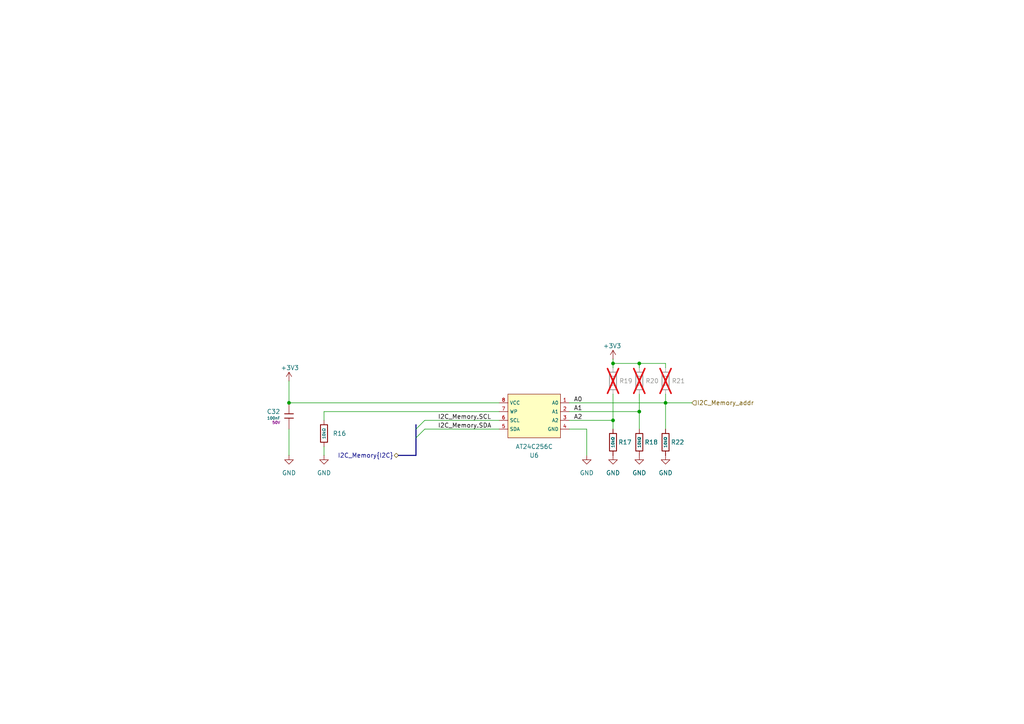
<source format=kicad_sch>
(kicad_sch (version 20250114) (generator "eeschema") (generator_version "9.0")
  (paper "A4")
  (title_block (title "QSPI flash") (date "2025-04-22") (rev "A") (company "Moducard System") (comment 1 "Artem Horiunov") (comment 2 "Designed in poland"))
  (lib_symbols
    (symbol "PCM_JLCPCB-Capacitors:0402,100nF,(2)" (pin_numbers (hide yes)) (pin_names (offset 0))
      (property "Reference" "C" (at 2.032 1.668 0))
      (property "Value" "100nF" (at 2.032 -0.3782 0))
      (property "Voltage Rated" "50V" (at 2.032 -2.0462 0))
      (symbol "0402,100nF,(2)_0_1"
        (polyline (pts (xy -1.27 0.635) (xy 1.27 0.635)) (stroke (width 0.254)))
        (polyline (pts (xy -1.27 -0.635) (xy 1.27 -0.635)) (stroke (width 0.254)))
      )
      (symbol "0402,100nF,(2)_1_1"
        (pin passive line (at 0 3.81 270) (length 3.175) (name "~") (number "1"))
        (pin passive line (at 0 -3.81 90) (length 3.175) (name "~") (number "2"))
      )
    )
    (symbol "PCM_JLCPCB-Memory:256Kbit, I2C"
      (property "Reference" "U" (at 0 1.27 0))
      (property "Value" "AT24C256C" (at 0 8.89 0))
      (symbol "256Kbit, I2C_0_1"
        (rectangle (start -7.62 7.62) (end 7.62 -5.08) (fill (type background)))
        (pin unspecified line (at -10.16 5.08 0) (length 2.54) (name "A0") (number "1"))
        (pin unspecified line (at -10.16 2.54 0) (length 2.54) (name "A1") (number "2"))
        (pin unspecified line (at -10.16 0 0) (length 2.54) (name "A2") (number "3"))
        (pin unspecified line (at -10.16 -2.54 0) (length 2.54) (name "GND") (number "4"))
        (pin unspecified line (at 10.16 5.08 180) (length 2.54) (name "VCC") (number "8"))
        (pin unspecified line (at 10.16 2.54 180) (length 2.54) (name "WP") (number "7"))
        (pin unspecified line (at 10.16 0 180) (length 2.54) (name "SCL") (number "6"))
        (pin unspecified line (at 10.16 -2.54 180) (length 2.54) (name "SDA") (number "5"))
      )
    )
    (symbol "PCM_JLCPCB-Resistors:0402,10kΩ" (pin_numbers (hide yes)) (pin_names (offset 0))
      (property "Reference" "R" (at 1.778 0 0))
      (property "Value" "10kΩ" (at 0 0 90))
      (symbol "0402,10kΩ_0_1"
        (rectangle (start -1.016 2.54) (end 1.016 -2.54) (stroke (width 0.254)))
      )
      (symbol "0402,10kΩ_1_1"
        (pin passive line (at 0 3.81 270) (length 1.27) (name "~") (number "1"))
        (pin passive line (at 0 -3.81 90) (length 1.27) (name "~") (number "2"))
      )
    )
    (symbol "power:+3V3" (power) (pin_numbers (hide yes)) (pin_names (offset 0) (hide yes))
      (property "Value" "+3V3" (at 0 3.556 0))
      (symbol "+3V3_0_1"
        (polyline (pts (xy -0.762 1.27) (xy 0 2.54)))
        (polyline (pts (xy 0 2.54) (xy 0.762 1.27)))
        (polyline (pts (xy 0 0) (xy 0 2.54)))
      )
      (symbol "+3V3_1_1"
        (pin power_in line (at 0 0 90) (length 0) (name "~") (number "1"))
      )
    )
    (symbol "power:GND" (power) (pin_numbers (hide yes)) (pin_names (offset 0) (hide yes))
      (property "Value" "GND" (at 0 -3.81 0))
      (symbol "GND_0_1"
        (polyline (pts (xy 0 0) (xy 0 -1.27) (xy 1.27 -1.27) (xy 0 -2.54) (xy -1.27 -1.27) (xy 0 -1.27)))
      )
      (symbol "GND_1_1"
        (pin power_in line (at 0 0 270) (length 0) (name "~") (number "1"))
      )
    )
  )
  (bus_alias "I2C" (members "SCL" "SDA"))
  (junction (at 83.82 116.84))
  (junction (at 177.8 105.41))
  (junction (at 185.42 105.41))
  (junction (at 185.42 119.38))
  (junction (at 193.04 116.84))
  (junction (at 177.8 121.92))
  (bus_entry (at 120.65 124.46) (size 2.54 -2.54))
  (bus_entry (at 120.65 127) (size 2.54 -2.54))
  (wire (pts (xy 123.19 121.92) (xy 144.78 121.92)))
  (wire (pts (xy 193.04 105.41) (xy 185.42 105.41)))
  (bus (pts (xy 120.65 123.19) (xy 120.65 124.46)))
  (wire (pts (xy 83.82 110.49) (xy 83.82 116.84)))
  (wire (pts (xy 165.1 116.84) (xy 193.04 116.84)))
  (wire (pts (xy 177.8 105.41) (xy 177.8 106.68)))
  (wire (pts (xy 93.98 129.54) (xy 93.98 132.08)))
  (wire (pts (xy 83.82 132.08) (xy 83.82 124.46)))
  (bus (pts (xy 120.65 124.46) (xy 120.65 127)))
  (wire (pts (xy 193.04 114.3) (xy 193.04 116.84)))
  (wire (pts (xy 93.98 119.38) (xy 144.78 119.38)))
  (bus (pts (xy 115.57 132.08) (xy 120.65 132.08)))
  (wire (pts (xy 170.18 132.08) (xy 170.18 124.46)))
  (wire (pts (xy 177.8 114.3) (xy 177.8 121.92)))
  (wire (pts (xy 193.04 116.84) (xy 193.04 124.46)))
  (wire (pts (xy 185.42 105.41) (xy 177.8 105.41)))
  (wire (pts (xy 185.42 114.3) (xy 185.42 119.38)))
  (wire (pts (xy 185.42 105.41) (xy 185.42 106.68)))
  (wire (pts (xy 185.42 124.46) (xy 185.42 119.38)))
  (wire (pts (xy 83.82 116.84) (xy 144.78 116.84)))
  (bus (pts (xy 120.65 127) (xy 120.65 132.08)))
  (wire (pts (xy 193.04 116.84) (xy 200.66 116.84)))
  (wire (pts (xy 165.1 121.92) (xy 177.8 121.92)))
  (wire (pts (xy 93.98 121.92) (xy 93.98 119.38)))
  (wire (pts (xy 123.19 124.46) (xy 144.78 124.46)))
  (wire (pts (xy 165.1 119.38) (xy 185.42 119.38)))
  (wire (pts (xy 193.04 106.68) (xy 193.04 105.41)))
  (wire (pts (xy 177.8 124.46) (xy 177.8 121.92)))
  (wire (pts (xy 177.8 104.14) (xy 177.8 105.41)))
  (wire (pts (xy 170.18 124.46) (xy 165.1 124.46)))
  (label "I2C_Memory.SDA" (at 127 124.46 0))
  (label "A1" (at 168.91 119.38 180))
  (label "A0" (at 168.91 116.84 180))
  (label "A2" (at 168.91 121.92 180))
  (label "I2C_Memory.SCL" (at 127 121.92 0))
  (hierarchical_label "I2C_Memory_addr" (shape input) (at 200.66 116.84 0))
  (hierarchical_label "I2C_Memory{I2C}" (shape bidirectional) (at 115.57 132.08 180))
  (symbol (lib_id "power:GND") (at 93.98 132.08 0) (mirror y) (unit 1)
    (property "Reference" "#PWR039" (effects (hide yes)))
    (property "Value" "GND" (at 93.98 137.16 0))
    (property "Description" "Power symbol creates a global label with name \"GND\" , ground" (effects (hide yes)))
  )
  (symbol (lib_id "power:GND") (at 170.18 132.08 0) (mirror y) (unit 1)
    (property "Reference" "#PWR040" (effects (hide yes)))
    (property "Value" "GND" (at 170.18 137.16 0))
    (property "Description" "Power symbol creates a global label with name \"GND\" , ground" (effects (hide yes)))
  )
  (symbol (lib_id "power:+3V3") (at 83.82 110.49 0) (mirror y) (unit 1)
    (property "Reference" "#PWR037" (effects (hide yes)))
    (property "Value" "+3V3" (at 84.074 106.68 0))
    (property "Description" "Power symbol creates a global label with name \"+3V3\"" (effects (hide yes)))
  )
  (symbol (lib_id "power:GND") (at 193.04 132.08 0) (mirror y) (unit 1)
    (property "Reference" "#PWR043" (effects (hide yes)))
    (property "Value" "GND" (at 193.04 137.16 0))
    (property "Description" "Power symbol creates a global label with name \"GND\" , ground" (effects (hide yes)))
  )
  (symbol (lib_id "PCM_JLCPCB-Resistors:0402,10kΩ") (at 185.42 128.27 0) (unit 1)
    (property "Reference" "R18" (at 186.944 128.27 0) (effects (justify left)))
    (property "Value" "10kΩ" (at 185.42 128.27 90) (effects (font (size 0.8 0.8))))
    (property "Footprint" "PCM_JLCPCB:R_0402" (effects (hide yes)))
    (property "Datasheet" "https://www.lcsc.com/datasheet/lcsc_datasheet_2411221126_UNI-ROYAL-Uniroyal-Elec-0402WGF1002TCE_C25744.pdf" (effects (hide yes)))
    (property "Description" "62.5mW Thick Film Resistors 50V ±100ppm/°C ±1% 10kΩ 0402 Chip Resistor - Surface Mount ROHS" (effects (hide yes)))
    (property "LCSC" "C25744" (effects (hide yes)))
    (property "Stock" "6144808" (effects (hide yes)))
    (property "Price" "0.004USD" (effects (hide yes)))
    (property "Process" "SMT" (effects (hide yes)))
    (property "Minimum Qty" "5" (effects (hide yes)))
    (property "Attrition Qty" "10" (effects (hide yes)))
    (property "Class" "Basic Component" (effects (hide yes)))
    (property "Category" "Resistors,Chip Resistor - Surface Mount" (effects (hide yes)))
    (property "Manufacturer" "UNI-ROYAL(Uniroyal Elec)" (effects (hide yes)))
    (property "Part" "0402WGF1002TCE" (effects (hide yes)))
    (property "Resistance" "10kΩ" (effects (hide yes)))
    (property "Power(Watts)" "62.5mW" (effects (hide yes)))
    (property "Type" "Thick Film Resistors" (effects (hide yes)))
    (property "Overload Voltage (Max)" "50V" (effects (hide yes)))
    (property "Operating Temperature Range" "-55°C~+155°C" (effects (hide yes)))
    (property "Tolerance" "±1%" (effects (hide yes)))
    (property "Temperature Coefficient" "±100ppm/°C" (effects (hide yes)))
  )
  (symbol (lib_id "power:GND") (at 83.82 132.08 0) (mirror y) (unit 1)
    (property "Reference" "#PWR038" (effects (hide yes)))
    (property "Value" "GND" (at 83.82 137.16 0))
    (property "Description" "Power symbol creates a global label with name \"GND\" , ground" (effects (hide yes)))
  )
  (symbol (lib_id "PCM_JLCPCB-Capacitors:0402,100nF,(2)") (at 83.82 120.65 0) (mirror y) (unit 1)
    (property "Reference" "C32" (at 81.28 119.38 0) (effects (justify left)))
    (property "Value" "100nF" (at 81.28 121.285 0) (effects (font (size 0.8 0.8)) (justify left)))
    (property "Footprint" "PCM_JLCPCB:C_0402" (effects (hide yes)))
    (property "Datasheet" "https://www.lcsc.com/datasheet/lcsc_datasheet_2304140030_Samsung-Electro-Mechanics-CL05B104KB54PNC_C307331.pdf" (effects (hide yes)))
    (property "Description" "50V 100nF X7R ±10% 0402 Multilayer Ceramic Capacitors MLCC - SMD/SMT ROHS" (effects (hide yes)))
    (property "LCSC" "C307331" (effects (hide yes)))
    (property "Stock" "5436546" (effects (hide yes)))
    (property "Price" "0.008USD" (effects (hide yes)))
    (property "Process" "SMT" (effects (hide yes)))
    (property "Minimum Qty" "20" (effects (hide yes)))
    (property "Attrition Qty" "10" (effects (hide yes)))
    (property "Class" "Basic Component" (effects (hide yes)))
    (property "Category" "Capacitors,Multilayer Ceramic Capacitors MLCC - SMD/SMT" (effects (hide yes)))
    (property "Manufacturer" "Samsung Electro-Mechanics" (effects (hide yes)))
    (property "Part" "CL05B104KB54PNC" (effects (hide yes)))
    (property "Voltage Rated" "50V" (at 81.28 122.555 0) (effects (font (size 0.8 0.8)) (justify left)))
    (property "Tolerance" "±10%" (effects (hide yes)))
    (property "Capacitance" "100nF" (effects (hide yes)))
    (property "Temperature Coefficient" "X7R" (effects (hide yes)))
  )
  (symbol (lib_id "PCM_JLCPCB-Memory:256Kbit, I2C") (at 154.94 121.92 0) (mirror y) (unit 1)
    (property "Reference" "U6" (at 154.94 132.08 0))
    (property "Value" "AT24C256C" (at 154.94 129.54 0))
    (property "Footprint" "PCM_JLCPCB:SOIC-8_L4.9-W3.9-P1.27-LS6.0-BL" (effects (hide yes)))
    (property "Datasheet" "https://www.lcsc.com/datasheet/lcsc_datasheet_2304140030_Microchip-Tech-AT24C256C-SSHL-T_C6482.pdf" (effects (hide yes)))
    (property "Description" "256Kbit I2C SOIC-8 EEPROM ROHS" (effects (hide yes)))
    (property "LCSC" "C6482" (effects (hide yes)))
    (property "Stock" "40183" (effects (hide yes)))
    (property "Price" "0.415USD" (effects (hide yes)))
    (property "Process" "SMT" (effects (hide yes)))
    (property "Minimum Qty" "1" (effects (hide yes)))
    (property "Attrition Qty" "0" (effects (hide yes)))
    (property "Class" "Preferred Component" (effects (hide yes)))
    (property "Category" "Memory,EEPROM" (effects (hide yes)))
    (property "Manufacturer" "Microchip Tech" (effects (hide yes)))
    (property "Part" "AT24C256C-SSHL-T" (effects (hide yes)))
    (property "Interface Type" "I2C" (effects (hide yes)))
    (property "Supply Voltage" "1.7V~5.5V" (effects (hide yes)))
    (property "Memory Size" "256Kbit" (effects (hide yes)))
    (property "Operating Temperature" "-40°C~+85°C" (effects (hide yes)))
  )
  (symbol (lib_id "power:GND") (at 177.8 132.08 0) (mirror y) (unit 1)
    (property "Reference" "#PWR041" (effects (hide yes)))
    (property "Value" "GND" (at 177.8 137.16 0))
    (property "Description" "Power symbol creates a global label with name \"GND\" , ground" (effects (hide yes)))
  )
  (symbol (lib_id "power:+3V3") (at 177.8 104.14 0) (unit 1)
    (property "Reference" "#PWR044" (effects (hide yes)))
    (property "Value" "+3V3" (at 177.546 100.33 0))
    (property "Description" "Power symbol creates a global label with name \"+3V3\"" (effects (hide yes)))
  )
  (symbol (lib_id "PCM_JLCPCB-Resistors:0402,10kΩ") (at 93.98 125.73 0) (unit 1)
    (property "Reference" "R16" (at 96.52 125.7299 0) (effects (justify left)))
    (property "Value" "10kΩ" (at 93.98 125.73 90) (effects (font (size 0.8 0.8))))
    (property "Footprint" "PCM_JLCPCB:R_0402" (effects (hide yes)))
    (property "Datasheet" "https://www.lcsc.com/datasheet/lcsc_datasheet_2411221126_UNI-ROYAL-Uniroyal-Elec-0402WGF1002TCE_C25744.pdf" (effects (hide yes)))
    (property "Description" "62.5mW Thick Film Resistors 50V ±100ppm/°C ±1% 10kΩ 0402 Chip Resistor - Surface Mount ROHS" (effects (hide yes)))
    (property "LCSC" "C25744" (effects (hide yes)))
    (property "Stock" "6144808" (effects (hide yes)))
    (property "Price" "0.004USD" (effects (hide yes)))
    (property "Process" "SMT" (effects (hide yes)))
    (property "Minimum Qty" "5" (effects (hide yes)))
    (property "Attrition Qty" "10" (effects (hide yes)))
    (property "Class" "Basic Component" (effects (hide yes)))
    (property "Category" "Resistors,Chip Resistor - Surface Mount" (effects (hide yes)))
    (property "Manufacturer" "UNI-ROYAL(Uniroyal Elec)" (effects (hide yes)))
    (property "Part" "0402WGF1002TCE" (effects (hide yes)))
    (property "Resistance" "10kΩ" (effects (hide yes)))
    (property "Power(Watts)" "62.5mW" (effects (hide yes)))
    (property "Type" "Thick Film Resistors" (effects (hide yes)))
    (property "Overload Voltage (Max)" "50V" (effects (hide yes)))
    (property "Operating Temperature Range" "-55°C~+155°C" (effects (hide yes)))
    (property "Tolerance" "±1%" (effects (hide yes)))
    (property "Temperature Coefficient" "±100ppm/°C" (effects (hide yes)))
  )
  (symbol (lib_id "PCM_JLCPCB-Resistors:0402,10kΩ") (at 185.42 110.49 0) (unit 1) (dnp yes)
    (property "Reference" "R20" (at 187.198 110.49 0) (effects (justify left)))
    (property "Value" "10kΩ" (at 185.42 110.49 90) (effects (font (size 0.8 0.8))))
    (property "Footprint" "PCM_JLCPCB:R_0402" (effects (hide yes)))
    (property "Datasheet" "https://www.lcsc.com/datasheet/lcsc_datasheet_2411221126_UNI-ROYAL-Uniroyal-Elec-0402WGF1002TCE_C25744.pdf" (effects (hide yes)))
    (property "Description" "62.5mW Thick Film Resistors 50V ±100ppm/°C ±1% 10kΩ 0402 Chip Resistor - Surface Mount ROHS" (effects (hide yes)))
    (property "LCSC" "C25744" (effects (hide yes)))
    (property "Stock" "6144808" (effects (hide yes)))
    (property "Price" "0.004USD" (effects (hide yes)))
    (property "Process" "SMT" (effects (hide yes)))
    (property "Minimum Qty" "5" (effects (hide yes)))
    (property "Attrition Qty" "10" (effects (hide yes)))
    (property "Class" "Basic Component" (effects (hide yes)))
    (property "Category" "Resistors,Chip Resistor - Surface Mount" (effects (hide yes)))
    (property "Manufacturer" "UNI-ROYAL(Uniroyal Elec)" (effects (hide yes)))
    (property "Part" "0402WGF1002TCE" (effects (hide yes)))
    (property "Resistance" "10kΩ" (effects (hide yes)))
    (property "Power(Watts)" "62.5mW" (effects (hide yes)))
    (property "Type" "Thick Film Resistors" (effects (hide yes)))
    (property "Overload Voltage (Max)" "50V" (effects (hide yes)))
    (property "Operating Temperature Range" "-55°C~+155°C" (effects (hide yes)))
    (property "Tolerance" "±1%" (effects (hide yes)))
    (property "Temperature Coefficient" "±100ppm/°C" (effects (hide yes)))
  )
  (symbol (lib_id "PCM_JLCPCB-Resistors:0402,10kΩ") (at 177.8 110.49 0) (unit 1) (dnp yes)
    (property "Reference" "R19" (at 179.578 110.49 0) (effects (justify left)))
    (property "Value" "10kΩ" (at 177.8 110.49 90) (effects (font (size 0.8 0.8))))
    (property "Footprint" "PCM_JLCPCB:R_0402" (effects (hide yes)))
    (property "Datasheet" "https://www.lcsc.com/datasheet/lcsc_datasheet_2411221126_UNI-ROYAL-Uniroyal-Elec-0402WGF1002TCE_C25744.pdf" (effects (hide yes)))
    (property "Description" "62.5mW Thick Film Resistors 50V ±100ppm/°C ±1% 10kΩ 0402 Chip Resistor - Surface Mount ROHS" (effects (hide yes)))
    (property "LCSC" "C25744" (effects (hide yes)))
    (property "Stock" "6144808" (effects (hide yes)))
    (property "Price" "0.004USD" (effects (hide yes)))
    (property "Process" "SMT" (effects (hide yes)))
    (property "Minimum Qty" "5" (effects (hide yes)))
    (property "Attrition Qty" "10" (effects (hide yes)))
    (property "Class" "Basic Component" (effects (hide yes)))
    (property "Category" "Resistors,Chip Resistor - Surface Mount" (effects (hide yes)))
    (property "Manufacturer" "UNI-ROYAL(Uniroyal Elec)" (effects (hide yes)))
    (property "Part" "0402WGF1002TCE" (effects (hide yes)))
    (property "Resistance" "10kΩ" (effects (hide yes)))
    (property "Power(Watts)" "62.5mW" (effects (hide yes)))
    (property "Type" "Thick Film Resistors" (effects (hide yes)))
    (property "Overload Voltage (Max)" "50V" (effects (hide yes)))
    (property "Operating Temperature Range" "-55°C~+155°C" (effects (hide yes)))
    (property "Tolerance" "±1%" (effects (hide yes)))
    (property "Temperature Coefficient" "±100ppm/°C" (effects (hide yes)))
  )
  (symbol (lib_id "power:GND") (at 185.42 132.08 0) (mirror y) (unit 1)
    (property "Reference" "#PWR042" (effects (hide yes)))
    (property "Value" "GND" (at 185.42 137.16 0))
    (property "Description" "Power symbol creates a global label with name \"GND\" , ground" (effects (hide yes)))
  )
  (symbol (lib_id "PCM_JLCPCB-Resistors:0402,10kΩ") (at 177.8 128.27 0) (unit 1)
    (property "Reference" "R17" (at 179.324 128.27 0) (effects (justify left)))
    (property "Value" "10kΩ" (at 177.8 128.27 90) (effects (font (size 0.8 0.8))))
    (property "Footprint" "PCM_JLCPCB:R_0402" (effects (hide yes)))
    (property "Datasheet" "https://www.lcsc.com/datasheet/lcsc_datasheet_2411221126_UNI-ROYAL-Uniroyal-Elec-0402WGF1002TCE_C25744.pdf" (effects (hide yes)))
    (property "Description" "62.5mW Thick Film Resistors 50V ±100ppm/°C ±1% 10kΩ 0402 Chip Resistor - Surface Mount ROHS" (effects (hide yes)))
    (property "LCSC" "C25744" (effects (hide yes)))
    (property "Stock" "6144808" (effects (hide yes)))
    (property "Price" "0.004USD" (effects (hide yes)))
    (property "Process" "SMT" (effects (hide yes)))
    (property "Minimum Qty" "5" (effects (hide yes)))
    (property "Attrition Qty" "10" (effects (hide yes)))
    (property "Class" "Basic Component" (effects (hide yes)))
    (property "Category" "Resistors,Chip Resistor - Surface Mount" (effects (hide yes)))
    (property "Manufacturer" "UNI-ROYAL(Uniroyal Elec)" (effects (hide yes)))
    (property "Part" "0402WGF1002TCE" (effects (hide yes)))
    (property "Resistance" "10kΩ" (effects (hide yes)))
    (property "Power(Watts)" "62.5mW" (effects (hide yes)))
    (property "Type" "Thick Film Resistors" (effects (hide yes)))
    (property "Overload Voltage (Max)" "50V" (effects (hide yes)))
    (property "Operating Temperature Range" "-55°C~+155°C" (effects (hide yes)))
    (property "Tolerance" "±1%" (effects (hide yes)))
    (property "Temperature Coefficient" "±100ppm/°C" (effects (hide yes)))
  )
  (symbol (lib_id "PCM_JLCPCB-Resistors:0402,10kΩ") (at 193.04 110.49 0) (unit 1) (dnp yes)
    (property "Reference" "R21" (at 194.818 110.49 0) (effects (justify left)))
    (property "Value" "10kΩ" (at 193.04 110.49 90) (effects (font (size 0.8 0.8))))
    (property "Footprint" "PCM_JLCPCB:R_0402" (effects (hide yes)))
    (property "Datasheet" "https://www.lcsc.com/datasheet/lcsc_datasheet_2411221126_UNI-ROYAL-Uniroyal-Elec-0402WGF1002TCE_C25744.pdf" (effects (hide yes)))
    (property "Description" "62.5mW Thick Film Resistors 50V ±100ppm/°C ±1% 10kΩ 0402 Chip Resistor - Surface Mount ROHS" (effects (hide yes)))
    (property "LCSC" "C25744" (effects (hide yes)))
    (property "Stock" "6144808" (effects (hide yes)))
    (property "Price" "0.004USD" (effects (hide yes)))
    (property "Process" "SMT" (effects (hide yes)))
    (property "Minimum Qty" "5" (effects (hide yes)))
    (property "Attrition Qty" "10" (effects (hide yes)))
    (property "Class" "Basic Component" (effects (hide yes)))
    (property "Category" "Resistors,Chip Resistor - Surface Mount" (effects (hide yes)))
    (property "Manufacturer" "UNI-ROYAL(Uniroyal Elec)" (effects (hide yes)))
    (property "Part" "0402WGF1002TCE" (effects (hide yes)))
    (property "Resistance" "10kΩ" (effects (hide yes)))
    (property "Power(Watts)" "62.5mW" (effects (hide yes)))
    (property "Type" "Thick Film Resistors" (effects (hide yes)))
    (property "Overload Voltage (Max)" "50V" (effects (hide yes)))
    (property "Operating Temperature Range" "-55°C~+155°C" (effects (hide yes)))
    (property "Tolerance" "±1%" (effects (hide yes)))
    (property "Temperature Coefficient" "±100ppm/°C" (effects (hide yes)))
  )
  (symbol (lib_id "PCM_JLCPCB-Resistors:0402,10kΩ") (at 193.04 128.27 0) (unit 1)
    (property "Reference" "R22" (at 194.564 128.27 0) (effects (justify left)))
    (property "Value" "10kΩ" (at 193.04 128.27 90) (effects (font (size 0.8 0.8))))
    (property "Footprint" "PCM_JLCPCB:R_0402" (effects (hide yes)))
    (property "Datasheet" "https://www.lcsc.com/datasheet/lcsc_datasheet_2411221126_UNI-ROYAL-Uniroyal-Elec-0402WGF1002TCE_C25744.pdf" (effects (hide yes)))
    (property "Description" "62.5mW Thick Film Resistors 50V ±100ppm/°C ±1% 10kΩ 0402 Chip Resistor - Surface Mount ROHS" (effects (hide yes)))
    (property "LCSC" "C25744" (effects (hide yes)))
    (property "Stock" "6144808" (effects (hide yes)))
    (property "Price" "0.004USD" (effects (hide yes)))
    (property "Process" "SMT" (effects (hide yes)))
    (property "Minimum Qty" "5" (effects (hide yes)))
    (property "Attrition Qty" "10" (effects (hide yes)))
    (property "Class" "Basic Component" (effects (hide yes)))
    (property "Category" "Resistors,Chip Resistor - Surface Mount" (effects (hide yes)))
    (property "Manufacturer" "UNI-ROYAL(Uniroyal Elec)" (effects (hide yes)))
    (property "Part" "0402WGF1002TCE" (effects (hide yes)))
    (property "Resistance" "10kΩ" (effects (hide yes)))
    (property "Power(Watts)" "62.5mW" (effects (hide yes)))
    (property "Type" "Thick Film Resistors" (effects (hide yes)))
    (property "Overload Voltage (Max)" "50V" (effects (hide yes)))
    (property "Operating Temperature Range" "-55°C~+155°C" (effects (hide yes)))
    (property "Tolerance" "±1%" (effects (hide yes)))
    (property "Temperature Coefficient" "±100ppm/°C" (effects (hide yes)))
  )
)
</source>
